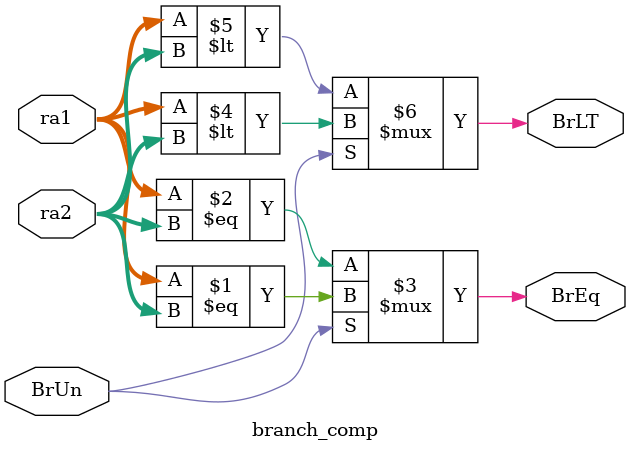
<source format=v>
module branch_comp (
    input [31:0] ra1,
    input [31:0] ra2,
    input BrUn,
    output BrEq,
    output BrLT
);

    assign BrEq = BrUn ? ($unsigned(ra1) == $unsigned(ra2)) : ($signed(ra1) == $signed(ra2));
    assign BrLT = BrUn ? ($unsigned(ra1) < $unsigned(ra2)) : ($signed(ra1) < $signed(ra2));

endmodule

</source>
